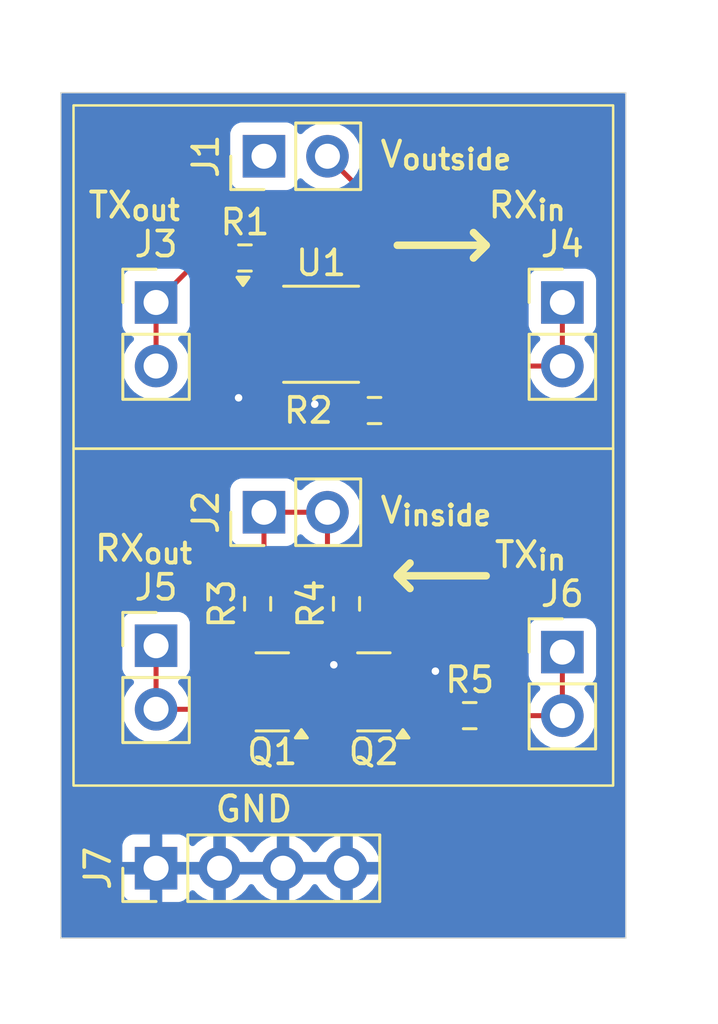
<source format=kicad_pcb>
(kicad_pcb (version 20240108) (generator "pcbnew") (generator_version "8.0")
  (layers (0 "F.Cu" signal) (31 "B.Cu" signal) (34 "B.Paste" user) (35 "F.Paste" user) (36 "B.SilkS" user "B.Silkscreen") (37 "F.SilkS" user "F.Silkscreen") (38 "B.Mask" user) (39 "F.Mask" user) (44 "Edge.Cuts" user))
  (net 0 "")
  (net 1 "/external_tx")
  (net 2 "/internal_rx")
  (net 3 "/external_rx")
  (net 4 "/internal_tx")
  (net 5 "GND")
  (net 6 "Net-(Q1-G)")
  (net 7 "VCC_external")
  (net 8 "VCC_internal")
  (net 9 "Net-(Q2-G)")
  (net 10 "Net-(R1-Pad2)")
  (footprint "Connector_PinHeader_2.54mm:PinHeader_1x04_P2.54mm_Vertical" (layer "F.Cu") (at 130.556 104.902 90)
    (property "Reference" "J7" (at 0 -2.33 90) (layer "F.SilkS"))
    (property "Value" "Conn_01x04_Pin")
    (fp_line (start -1.33 -1.33) (end 0 -1.33) (stroke (width 0.12)) (layer "F.SilkS"))
    (fp_line (start -1.33 0) (end -1.33 -1.33) (stroke (width 0.12)) (layer "F.SilkS"))
    (fp_line (start 1.33 1.27) (end 1.33 8.95) (stroke (width 0.12)) (layer "F.SilkS"))
    (fp_line (start -1.33 1.27) (end 1.33 1.27) (stroke (width 0.12)) (layer "F.SilkS"))
    (fp_line (start -1.33 1.27) (end -1.33 8.95) (stroke (width 0.12)) (layer "F.SilkS"))
    (fp_line (start -1.33 8.95) (end 1.33 8.95) (stroke (width 0.12)) (layer "F.SilkS"))
    (pad "1" thru_hole rect (at 0 0 90) (size 1.7 1.7) (drill 1) (layers "*.Cu" "*.Mask") (net 5 "GND"))
    (pad "2" thru_hole oval (at 0 2.54 90) (size 1.7 1.7) (drill 1) (layers "*.Cu" "*.Mask") (net 5 "GND"))
    (pad "3" thru_hole oval (at 0 5.08 90) (size 1.7 1.7) (drill 1) (layers "*.Cu" "*.Mask") (net 5 "GND"))
    (pad "4" thru_hole oval (at 0 7.62 90) (size 1.7 1.7) (drill 1) (layers "*.Cu" "*.Mask") (net 5 "GND"))
  )
  (footprint "Resistor_SMD:R_0603_1608Metric_Pad0.98x0.95mm_HandSolder" (layer "F.Cu") (at 134.112 80.518)
    (property "Reference" "R1" (at 0 -1.43 360) (layer "F.SilkS"))
    (property "Value" "R_US")
    (fp_line (start -0.254724 -0.5225) (end 0.254724 -0.5225) (stroke (width 0.12)) (layer "F.SilkS"))
    (fp_line (start -0.254724 0.5225) (end 0.254724 0.5225) (stroke (width 0.12)) (layer "F.SilkS"))
    (pad "1" smd roundrect (at -0.9125 0) (size 0.975 0.95) (layers "F.Cu" "F.Paste" "F.Mask") (net 1 "/external_tx"))
    (pad "2" smd roundrect (at 0.9125 0) (size 0.975 0.95) (layers "F.Cu" "F.Paste" "F.Mask") (net 10 "Net-(R1-Pad2)"))
  )
  (footprint "Package_TO_SOT_SMD:SOT-23" (layer "F.Cu") (at 139.2705 97.856 180)
    (property "Reference" "Q2" (at 0 -2.4 360) (layer "F.SilkS"))
    (property "Value" "BSS123")
    (fp_line (start 0 1.56) (end 0.65 1.56) (stroke (width 0.12)) (layer "F.SilkS"))
    (fp_line (start 0 1.56) (end -0.65 1.56) (stroke (width 0.12)) (layer "F.SilkS"))
    (fp_line (start 0 -1.56) (end 0.65 -1.56) (stroke (width 0.12)) (layer "F.SilkS"))
    (fp_line (start 0 -1.56) (end -0.65 -1.56) (stroke (width 0.12)) (layer "F.SilkS"))
    (fp_poly (pts (xy -1.1625 -1.51) (xy -1.4025 -1.84) (xy -0.9225 -1.84) (xy -1.1625 -1.51)) (stroke (width 0.12)) (fill solid) (layer "F.SilkS"))
    (pad "1" smd roundrect (at -0.9375 -0.95 180) (size 1.475 0.6) (layers "F.Cu" "F.Paste" "F.Mask") (net 9 "Net-(Q2-G)"))
    (pad "2" smd roundrect (at -0.9375 0.95 180) (size 1.475 0.6) (layers "F.Cu" "F.Paste" "F.Mask") (net 5 "GND"))
    (pad "3" smd roundrect (at 0.9375 0 180) (size 1.475 0.6) (layers "F.Cu" "F.Paste" "F.Mask") (net 6 "Net-(Q1-G)"))
  )
  (footprint "Connector_PinHeader_2.54mm:PinHeader_1x02_P2.54mm_Vertical" (layer "F.Cu") (at 146.812 82.296)
    (property "Reference" "J4" (at 0 -2.33 0) (layer "F.SilkS"))
    (property "Value" "Conn_01x02_Pin")
    (fp_line (start -1.33 -1.33) (end 0 -1.33) (stroke (width 0.12)) (layer "F.SilkS"))
    (fp_line (start -1.33 0) (end -1.33 -1.33) (stroke (width 0.12)) (layer "F.SilkS"))
    (fp_line (start -1.33 1.27) (end -1.33 3.87) (stroke (width 0.12)) (layer "F.SilkS"))
    (fp_line (start -1.33 1.27) (end 1.33 1.27) (stroke (width 0.12)) (layer "F.SilkS"))
    (fp_line (start -1.33 3.87) (end 1.33 3.87) (stroke (width 0.12)) (layer "F.SilkS"))
    (fp_line (start 1.33 1.27) (end 1.33 3.87) (stroke (width 0.12)) (layer "F.SilkS"))
    (pad "1" thru_hole rect (at 0 0) (size 1.7 1.7) (drill 1) (layers "*.Cu" "*.Mask") (net 2 "/internal_rx"))
    (pad "2" thru_hole oval (at 0 2.54) (size 1.7 1.7) (drill 1) (layers "*.Cu" "*.Mask") (net 2 "/internal_rx"))
  )
  (footprint "Package_SO:MFSOP6-4_4.4x3.6mm_P1.27mm" (layer "F.Cu") (at 137.16 83.566)
    (property "Reference" "U1" (at 0 -2.85 0) (layer "F.SilkS"))
    (property "Value" "TLP175A")
    (fp_line (start 1.5 -1.92) (end -1.5 -1.92) (stroke (width 0.12)) (layer "F.SilkS"))
    (fp_line (start 1.5 1.92) (end -1.5 1.92) (stroke (width 0.12)) (layer "F.SilkS"))
    (fp_poly (pts (xy -3.125 -1.95) (xy -3.365 -2.28) (xy -2.885 -2.28) (xy -3.125 -1.95)) (stroke (width 0.12)) (fill solid) (layer "F.SilkS"))
    (pad "1" smd rect (at -3.15 -1.27) (size 1.2 0.8) (layers "F.Cu" "F.Paste" "F.Mask") (net 10 "Net-(R1-Pad2)"))
    (pad "3" smd rect (at -3.15 1.27) (size 1.2 0.8) (layers "F.Cu" "F.Paste" "F.Mask") (net 5 "GND"))
    (pad "4" smd rect (at 3.15 1.27) (size 1.2 0.8) (layers "F.Cu" "F.Paste" "F.Mask") (net 2 "/internal_rx"))
    (pad "6" smd rect (at 3.15 -1.27) (size 1.2 0.8) (layers "F.Cu" "F.Paste" "F.Mask") (net 8 "VCC_internal"))
  )
  (footprint "Package_TO_SOT_SMD:SOT-23" (layer "F.Cu") (at 135.2065 97.856 180)
    (property "Reference" "Q1" (at 0 -2.4 360) (layer "F.SilkS"))
    (property "Value" "BSS123")
    (fp_line (start 0 1.56) (end 0.65 1.56) (stroke (width 0.12)) (layer "F.SilkS"))
    (fp_line (start 0 1.56) (end -0.65 1.56) (stroke (width 0.12)) (layer "F.SilkS"))
    (fp_line (start 0 -1.56) (end 0.65 -1.56) (stroke (width 0.12)) (layer "F.SilkS"))
    (fp_line (start 0 -1.56) (end -0.65 -1.56) (stroke (width 0.12)) (layer "F.SilkS"))
    (fp_poly (pts (xy -1.1625 -1.51) (xy -1.4025 -1.84) (xy -0.9225 -1.84) (xy -1.1625 -1.51)) (stroke (width 0.12)) (fill solid) (layer "F.SilkS"))
    (pad "1" smd roundrect (at -0.9375 -0.95 180) (size 1.475 0.6) (layers "F.Cu" "F.Paste" "F.Mask") (net 6 "Net-(Q1-G)"))
    (pad "2" smd roundrect (at -0.9375 0.95 180) (size 1.475 0.6) (layers "F.Cu" "F.Paste" "F.Mask") (net 5 "GND"))
    (pad "3" smd roundrect (at 0.9375 0 180) (size 1.475 0.6) (layers "F.Cu" "F.Paste" "F.Mask") (net 3 "/external_rx"))
  )
  (footprint "Connector_PinHeader_2.54mm:PinHeader_1x02_P2.54mm_Vertical" (layer "F.Cu") (at 134.874 76.454 90)
    (property "Reference" "J1" (at 0 -2.33 90) (layer "F.SilkS"))
    (property "Value" "Conn_01x02_Pin")
    (fp_line (start -1.33 -1.33) (end 0 -1.33) (stroke (width 0.12)) (layer "F.SilkS"))
    (fp_line (start -1.33 0) (end -1.33 -1.33) (stroke (width 0.12)) (layer "F.SilkS"))
    (fp_line (start 1.33 1.27) (end 1.33 3.87) (stroke (width 0.12)) (layer "F.SilkS"))
    (fp_line (start -1.33 1.27) (end 1.33 1.27) (stroke (width 0.12)) (layer "F.SilkS"))
    (fp_line (start -1.33 1.27) (end -1.33 3.87) (stroke (width 0.12)) (layer "F.SilkS"))
    (fp_line (start -1.33 3.87) (end 1.33 3.87) (stroke (width 0.12)) (layer "F.SilkS"))
    (pad "1" thru_hole rect (at 0 0 90) (size 1.7 1.7) (drill 1) (layers "*.Cu" "*.Mask") (net 8 "VCC_internal"))
    (pad "2" thru_hole oval (at 0 2.54 90) (size 1.7 1.7) (drill 1) (layers "*.Cu" "*.Mask") (net 8 "VCC_internal"))
  )
  (footprint "Resistor_SMD:R_0603_1608Metric_Pad0.98x0.95mm_HandSolder" (layer "F.Cu") (at 143.1055 98.806)
    (property "Reference" "R5" (at 0 -1.43 360) (layer "F.SilkS"))
    (property "Value" "R_US")
    (fp_line (start -0.254724 -0.5225) (end 0.254724 -0.5225) (stroke (width 0.12)) (layer "F.SilkS"))
    (fp_line (start -0.254724 0.5225) (end 0.254724 0.5225) (stroke (width 0.12)) (layer "F.SilkS"))
    (pad "1" smd roundrect (at -0.9125 0) (size 0.975 0.95) (layers "F.Cu" "F.Paste" "F.Mask") (net 9 "Net-(Q2-G)"))
    (pad "2" smd roundrect (at 0.9125 0) (size 0.975 0.95) (layers "F.Cu" "F.Paste" "F.Mask") (net 4 "/internal_tx"))
  )
  (footprint "Connector_PinHeader_2.54mm:PinHeader_1x02_P2.54mm_Vertical" (layer "F.Cu") (at 146.812 96.266)
    (property "Reference" "J6" (at 0 -2.33 360) (layer "F.SilkS"))
    (property "Value" "Conn_01x02_Pin")
    (fp_line (start -1.33 -1.33) (end 0 -1.33) (stroke (width 0.12)) (layer "F.SilkS"))
    (fp_line (start -1.33 0) (end -1.33 -1.33) (stroke (width 0.12)) (layer "F.SilkS"))
    (fp_line (start -1.33 1.27) (end -1.33 3.87) (stroke (width 0.12)) (layer "F.SilkS"))
    (fp_line (start -1.33 1.27) (end 1.33 1.27) (stroke (width 0.12)) (layer "F.SilkS"))
    (fp_line (start -1.33 3.87) (end 1.33 3.87) (stroke (width 0.12)) (layer "F.SilkS"))
    (fp_line (start 1.33 1.27) (end 1.33 3.87) (stroke (width 0.12)) (layer "F.SilkS"))
    (pad "1" thru_hole rect (at 0 0) (size 1.7 1.7) (drill 1) (layers "*.Cu" "*.Mask") (net 4 "/internal_tx"))
    (pad "2" thru_hole oval (at 0 2.54) (size 1.7 1.7) (drill 1) (layers "*.Cu" "*.Mask") (net 4 "/internal_tx"))
  )
  (footprint "Connector_PinHeader_2.54mm:PinHeader_1x02_P2.54mm_Vertical" (layer "F.Cu") (at 130.556 96.012)
    (property "Reference" "J5" (at 0 -2.33 360) (layer "F.SilkS"))
    (property "Value" "Conn_01x02_Pin")
    (fp_line (start -1.33 -1.33) (end 0 -1.33) (stroke (width 0.12)) (layer "F.SilkS"))
    (fp_line (start -1.33 0) (end -1.33 -1.33) (stroke (width 0.12)) (layer "F.SilkS"))
    (fp_line (start -1.33 1.27) (end -1.33 3.87) (stroke (width 0.12)) (layer "F.SilkS"))
    (fp_line (start -1.33 1.27) (end 1.33 1.27) (stroke (width 0.12)) (layer "F.SilkS"))
    (fp_line (start -1.33 3.87) (end 1.33 3.87) (stroke (width 0.12)) (layer "F.SilkS"))
    (fp_line (start 1.33 1.27) (end 1.33 3.87) (stroke (width 0.12)) (layer "F.SilkS"))
    (pad "1" thru_hole rect (at 0 0) (size 1.7 1.7) (drill 1) (layers "*.Cu" "*.Mask") (net 3 "/external_rx"))
    (pad "2" thru_hole oval (at 0 2.54) (size 1.7 1.7) (drill 1) (layers "*.Cu" "*.Mask") (net 3 "/external_rx"))
  )
  (footprint "Connector_PinHeader_2.54mm:PinHeader_1x02_P2.54mm_Vertical" (layer "F.Cu") (at 130.556 82.296)
    (property "Reference" "J3" (at 0 -2.33 0) (layer "F.SilkS"))
    (property "Value" "Conn_01x02_Pin")
    (fp_line (start -1.33 -1.33) (end 0 -1.33) (stroke (width 0.12)) (layer "F.SilkS"))
    (fp_line (start -1.33 0) (end -1.33 -1.33) (stroke (width 0.12)) (layer "F.SilkS"))
    (fp_line (start -1.33 1.27) (end -1.33 3.87) (stroke (width 0.12)) (layer "F.SilkS"))
    (fp_line (start -1.33 1.27) (end 1.33 1.27) (stroke (width 0.12)) (layer "F.SilkS"))
    (fp_line (start -1.33 3.87) (end 1.33 3.87) (stroke (width 0.12)) (layer "F.SilkS"))
    (fp_line (start 1.33 1.27) (end 1.33 3.87) (stroke (width 0.12)) (layer "F.SilkS"))
    (pad "1" thru_hole rect (at 0 0) (size 1.7 1.7) (drill 1) (layers "*.Cu" "*.Mask") (net 1 "/external_tx"))
    (pad "2" thru_hole oval (at 0 2.54) (size 1.7 1.7) (drill 1) (layers "*.Cu" "*.Mask") (net 1 "/external_tx"))
  )
  (footprint "Connector_PinHeader_2.54mm:PinHeader_1x02_P2.54mm_Vertical" (layer "F.Cu") (at 134.874 90.678 90)
    (property "Reference" "J2" (at 0 -2.33 90) (layer "F.SilkS"))
    (property "Value" "Conn_01x02_Pin")
    (fp_line (start -1.33 -1.33) (end 0 -1.33) (stroke (width 0.12)) (layer "F.SilkS"))
    (fp_line (start -1.33 0) (end -1.33 -1.33) (stroke (width 0.12)) (layer "F.SilkS"))
    (fp_line (start 1.33 1.27) (end 1.33 3.87) (stroke (width 0.12)) (layer "F.SilkS"))
    (fp_line (start -1.33 1.27) (end 1.33 1.27) (stroke (width 0.12)) (layer "F.SilkS"))
    (fp_line (start -1.33 1.27) (end -1.33 3.87) (stroke (width 0.12)) (layer "F.SilkS"))
    (fp_line (start -1.33 3.87) (end 1.33 3.87) (stroke (width 0.12)) (layer "F.SilkS"))
    (pad "1" thru_hole rect (at 0 0 90) (size 1.7 1.7) (drill 1) (layers "*.Cu" "*.Mask") (net 7 "VCC_external"))
    (pad "2" thru_hole oval (at 0 2.54 90) (size 1.7 1.7) (drill 1) (layers "*.Cu" "*.Mask") (net 7 "VCC_external"))
  )
  (footprint "Resistor_SMD:R_0603_1608Metric_Pad0.98x0.95mm_HandSolder" (layer "F.Cu") (at 139.2955 86.614 180)
    (property "Reference" "R2" (at 2.6435 0 360) (layer "F.SilkS"))
    (property "Value" "R_US")
    (fp_line (start -0.254724 0.5225) (end 0.254724 0.5225) (stroke (width 0.12)) (layer "F.SilkS"))
    (fp_line (start -0.254724 -0.5225) (end 0.254724 -0.5225) (stroke (width 0.12)) (layer "F.SilkS"))
    (pad "1" smd roundrect (at -0.9125 0 180) (size 0.975 0.95) (layers "F.Cu" "F.Paste" "F.Mask") (net 2 "/internal_rx"))
    (pad "2" smd roundrect (at 0.9125 0 180) (size 0.975 0.95) (layers "F.Cu" "F.Paste" "F.Mask") (net 5 "GND"))
  )
  (footprint "Resistor_SMD:R_0603_1608Metric_Pad0.98x0.95mm_HandSolder" (layer "F.Cu") (at 138.176 94.3375 90)
    (property "Reference" "R4" (at 0 -1.43 90) (layer "F.SilkS"))
    (property "Value" "R_US")
    (fp_line (start -0.254724 -0.5225) (end 0.254724 -0.5225) (stroke (width 0.12)) (layer "F.SilkS"))
    (fp_line (start -0.254724 0.5225) (end 0.254724 0.5225) (stroke (width 0.12)) (layer "F.SilkS"))
    (pad "1" smd roundrect (at -0.9125 0 90) (size 0.975 0.95) (layers "F.Cu" "F.Paste" "F.Mask") (net 6 "Net-(Q1-G)"))
    (pad "2" smd roundrect (at 0.9125 0 90) (size 0.975 0.95) (layers "F.Cu" "F.Paste" "F.Mask") (net 7 "VCC_external"))
  )
  (footprint "Resistor_SMD:R_0603_1608Metric_Pad0.98x0.95mm_HandSolder" (layer "F.Cu") (at 134.62 94.3375 90)
    (property "Reference" "R3" (at 0 -1.43 90) (layer "F.SilkS"))
    (property "Value" "R_US")
    (fp_line (start -0.254724 -0.5225) (end 0.254724 -0.5225) (stroke (width 0.12)) (layer "F.SilkS"))
    (fp_line (start -0.254724 0.5225) (end 0.254724 0.5225) (stroke (width 0.12)) (layer "F.SilkS"))
    (pad "1" smd roundrect (at -0.9125 0 90) (size 0.975 0.95) (layers "F.Cu" "F.Paste" "F.Mask") (net 3 "/external_rx"))
    (pad "2" smd roundrect (at 0.9125 0 90) (size 0.975 0.95) (layers "F.Cu" "F.Paste" "F.Mask") (net 7 "VCC_external"))
  )
  (gr_rect (start 127.254 74.422) (end 148.844 88.138) (stroke (width 0.1)) (fill none) (layer "F.SilkS"))
  (gr_line (start 140.716 93.726) (end 140.208 93.218) (stroke (width 0.3)) (layer "F.SilkS"))
  (gr_line (start 140.208 93.218) (end 140.716 92.71) (stroke (width 0.3)) (layer "F.SilkS"))
  (gr_line (start 143.764 80.01) (end 143.256 80.518) (stroke (width 0.3)) (layer "F.SilkS"))
  (gr_rect (start 127.254 88.138) (end 148.844 101.6) (stroke (width 0.1)) (fill none) (layer "F.SilkS"))
  (gr_line (start 140.208 80.01) (end 143.764 80.01) (stroke (width 0.3)) (layer "F.SilkS"))
  (gr_line (start 140.716 92.71) (end 140.208 93.218) (stroke (width 0.3)) (layer "F.SilkS"))
  (gr_line (start 143.256 79.502) (end 143.764 80.01) (stroke (width 0.3)) (layer "F.SilkS"))
  (gr_line (start 143.764 93.218) (end 140.208 93.218) (stroke (width 0.3)) (layer "F.SilkS"))
  (gr_line (start 143.256 80.518) (end 143.764 80.01) (stroke (width 0.3)) (layer "F.SilkS"))
  (gr_rect (start 126.746 73.914) (end 149.352 107.696) (stroke (width 0.05)) (fill none) (layer "Edge.Cuts"))
  (gr_text "RX_{in}" (at 143.764 78.994 0) (layer "F.SilkS") (effects (font (size 1 1) (thickness 0.16)) (justify left bottom)))
  (gr_text "TX_{out}" (at 127.762 78.994 0) (layer "F.SilkS") (effects (font (size 1 1) (thickness 0.16)) (justify left bottom)))
  (gr_text "GND" (at 132.842 103.124 0) (layer "F.SilkS") (effects (font (size 1 1) (thickness 0.16)) (justify left bottom)))
  (gr_text "V_{outside}\n" (at 139.446 76.962 0) (layer "F.SilkS") (effects (font (size 1 1) (thickness 0.16)) (justify left bottom)))
  (gr_text "V_{inside}\n" (at 139.446 91.186 0) (layer "F.SilkS") (effects (font (size 1 1) (thickness 0.16)) (justify left bottom)))
  (gr_text "RX_{out}" (at 128.016 92.71 0) (layer "F.SilkS") (effects (font (size 1 1) (thickness 0.16)) (justify left bottom)))
  (gr_text "TX_{in}" (at 144.018 92.964 0) (layer "F.SilkS") (effects (font (size 1 1) (thickness 0.16)) (justify left bottom)))
  (segment (start 130.556 84.836) (end 130.556 82.296) (width 0.2) (layer "F.Cu") (net 1))
  (segment (start 130.556 82.296) (end 132.334 80.518) (width 0.2) (layer "F.Cu") (net 1))
  (segment (start 132.334 80.518) (end 133.1995 80.518) (width 0.2) (layer "F.Cu") (net 1))
  (segment (start 146.812 84.836) (end 146.812 82.296) (width 0.2) (layer "F.Cu") (net 2))
  (segment (start 140.31 84.836) (end 144.272 84.836) (width 0.2) (layer "F.Cu") (net 2))
  (segment (start 144.272 84.836) (end 146.812 84.836) (width 0.2) (layer "F.Cu") (net 2))
  (segment (start 140.208 84.938) (end 140.31 84.836) (width 0.2) (layer "F.Cu") (net 2))
  (segment (start 140.208 86.614) (end 140.208 84.938) (width 0.2) (layer "F.Cu") (net 2))
  (segment (start 134.269 97.856) (end 134.62 97.505) (width 0.2) (layer "F.Cu") (net 3))
  (segment (start 133.604 98.521) (end 134.269 97.856) (width 0.2) (layer "F.Cu") (net 3))
  (segment (start 130.81 98.552) (end 133.573 98.552) (width 0.2) (layer "F.Cu") (net 3))
  (segment (start 134.62 97.505) (end 134.62 95.25) (width 0.2) (layer "F.Cu") (net 3))
  (segment (start 133.573 98.552) (end 134.269 97.856) (width 0.2) (layer "F.Cu") (net 3))
  (segment (start 130.556 98.552) (end 130.556 96.012) (width 0.2) (layer "F.Cu") (net 3))
  (segment (start 146.812 98.806) (end 144.018 98.806) (width 0.2) (layer "F.Cu") (net 4))
  (segment (start 146.812 98.806) (end 146.812 96.266) (width 0.2) (layer "F.Cu") (net 4))
  (segment (start 141.61 96.906) (end 141.732 97.028) (width 0.2) (layer "F.Cu") (net 5))
  (segment (start 136.144 96.906) (end 137.536 96.906) (width 0.2) (layer "F.Cu") (net 5))
  (segment (start 137.16 86.614) (end 136.906 86.36) (width 0.2) (layer "F.Cu") (net 5))
  (segment (start 134.01 84.836) (end 134.01 85.954) (width 0.2) (layer "F.Cu") (net 5))
  (segment (start 138.383 86.614) (end 137.16 86.614) (width 0.2) (layer "F.Cu") (net 5))
  (segment (start 137.536 96.906) (end 137.668 96.774) (width 0.2) (layer "F.Cu") (net 5))
  (segment (start 134.01 85.954) (end 133.858 86.106) (width 0.2) (layer "F.Cu") (net 5))
  (segment (start 140.208 96.906) (end 141.61 96.906) (width 0.2) (layer "F.Cu") (net 5))
  (via (at 137.668 96.774) (size 0.6) (drill 0.3) (layers "F.Cu" "B.Cu") (net 5))
  (via (at 136.906 86.36) (size 0.6) (drill 0.3) (layers "F.Cu" "B.Cu") (net 5))
  (via (at 141.732 97.028) (size 0.6) (drill 0.3) (layers "F.Cu" "B.Cu") (net 5))
  (via (at 133.858 86.106) (size 0.6) (drill 0.3) (layers "F.Cu" "B.Cu") (net 5))
  (segment (start 137.094 97.856) (end 136.144 98.806) (width 0.2) (layer "F.Cu") (net 6))
  (segment (start 138.333 95.407) (end 138.176 95.25) (width 0.2) (layer "F.Cu") (net 6))
  (segment (start 138.333 97.856) (end 137.094 97.856) (width 0.2) (layer "F.Cu") (net 6))
  (segment (start 138.333 97.856) (end 138.333 95.407) (width 0.2) (layer "F.Cu") (net 6))
  (segment (start 136.144 98.806) (end 136.398 99.06) (width 0.2) (layer "F.Cu") (net 6))
  (segment (start 134.874 90.678) (end 134.874 93.171) (width 0.2) (layer "F.Cu") (net 7))
  (segment (start 137.414 92.663) (end 138.176 93.425) (width 0.2) (layer "F.Cu") (net 7))
  (segment (start 134.874 93.171) (end 134.62 93.425) (width 0.2) (layer "F.Cu") (net 7))
  (segment (start 137.414 90.678) (end 134.874 90.678) (width 0.2) (layer "F.Cu") (net 7))
  (segment (start 137.414 90.678) (end 137.414 92.663) (width 0.2) (layer "F.Cu") (net 7))
  (segment (start 140.208 82.194) (end 140.31 82.296) (width 0.2) (layer "F.Cu") (net 8))
  (segment (start 137.414 76.454) (end 140.31 79.35) (width 0.2) (layer "F.Cu") (net 8))
  (segment (start 140.31 79.35) (end 140.31 82.296) (width 0.2) (layer "F.Cu") (net 8))
  (segment (start 142.193 98.806) (end 140.208 98.806) (width 0.2) (layer "F.Cu") (net 9))
  (segment (start 135.0245 81.2815) (end 134.01 82.296) (width 0.2) (layer "F.Cu") (net 10))
  (segment (start 135.0245 80.518) (end 135.0245 81.2815) (width 0.2) (layer "F.Cu") (net 10))
  (zone (net 5) (net_name "GND") (layer "B.Cu") (connect_pads (clearance 0.5)) (min_thickness 0.25) (fill yes (thermal_gap 0.5) (thermal_bridge_width 0.5))
    (polygon (pts (xy 126.746 73.914) (xy 126.746 107.696) (xy 149.352 107.696) (xy 149.352 73.914)))
  )
)
</source>
